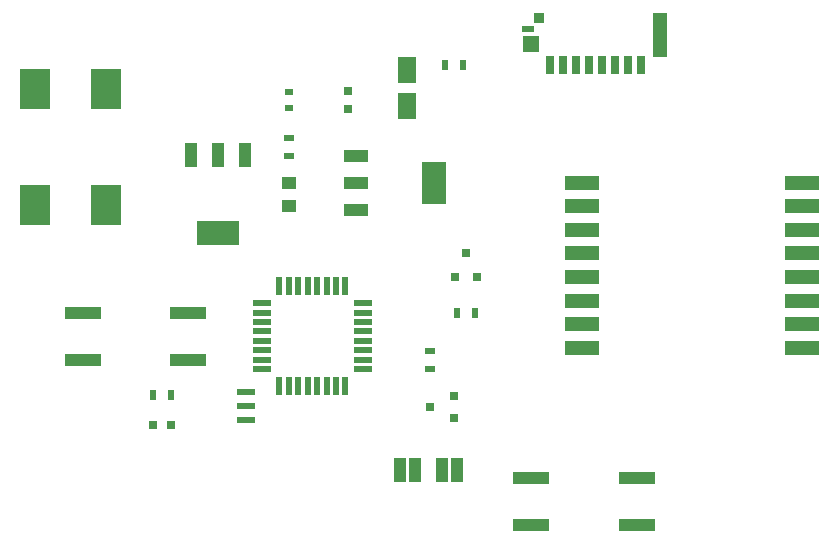
<source format=gbr>
G04 #@! TF.FileFunction,Paste,Top*
%FSLAX46Y46*%
G04 Gerber Fmt 4.6, Leading zero omitted, Abs format (unit mm)*
G04 Created by KiCad (PCBNEW 4.0.2-4+6225~38~ubuntu14.04.1-stable) date Tue 29 Mar 2016 01:16:37 BST*
%MOMM*%
G01*
G04 APERTURE LIST*
%ADD10C,0.100000*%
%ADD11R,3.000000X1.200000*%
%ADD12R,0.750000X0.800000*%
%ADD13R,1.600200X2.199640*%
%ADD14R,0.800000X0.750000*%
%ADD15R,1.250000X1.000000*%
%ADD16R,0.700000X0.600000*%
%ADD17R,1.600000X0.550000*%
%ADD18R,0.550000X1.600000*%
%ADD19R,1.000000X2.000000*%
%ADD20R,0.800000X1.500000*%
%ADD21R,1.200000X3.790000*%
%ADD22R,1.450000X1.400000*%
%ADD23R,1.000000X0.600000*%
%ADD24R,0.950000X0.850000*%
%ADD25R,0.800100X0.800100*%
%ADD26R,0.500000X0.900000*%
%ADD27R,0.900000X0.500000*%
%ADD28R,3.100000X1.000000*%
%ADD29R,2.032000X3.657600*%
%ADD30R,2.032000X1.016000*%
%ADD31R,3.657600X2.032000*%
%ADD32R,1.016000X2.032000*%
%ADD33R,2.500000X3.500000*%
%ADD34R,1.500000X0.600000*%
G04 APERTURE END LIST*
D10*
D11*
X106500000Y-163000000D03*
X106500000Y-161000000D03*
X106500000Y-159000000D03*
X106500000Y-157000000D03*
X106500000Y-155000000D03*
X106500000Y-153000000D03*
X106500000Y-151000000D03*
X106500000Y-149000000D03*
X87800000Y-149000000D03*
X87800000Y-151000000D03*
X87800000Y-153000000D03*
X87800000Y-155000000D03*
X87800000Y-157000000D03*
X87800000Y-159000000D03*
X87800000Y-161000000D03*
X87800000Y-163000000D03*
D12*
X68000000Y-141250000D03*
X68000000Y-142750000D03*
D13*
X73000000Y-139498860D03*
X73000000Y-142501140D03*
D14*
X51500000Y-169500000D03*
X53000000Y-169500000D03*
D15*
X63000000Y-151000000D03*
X63000000Y-149000000D03*
D16*
X63000000Y-142700000D03*
X63000000Y-141300000D03*
D17*
X60750000Y-159200000D03*
X60750000Y-160000000D03*
X60750000Y-160800000D03*
X60750000Y-161600000D03*
X60750000Y-162400000D03*
X60750000Y-163200000D03*
X60750000Y-164000000D03*
X60750000Y-164800000D03*
D18*
X62200000Y-166250000D03*
X63000000Y-166250000D03*
X63800000Y-166250000D03*
X64600000Y-166250000D03*
X65400000Y-166250000D03*
X66200000Y-166250000D03*
X67000000Y-166250000D03*
X67800000Y-166250000D03*
D17*
X69250000Y-164800000D03*
X69250000Y-164000000D03*
X69250000Y-163200000D03*
X69250000Y-162400000D03*
X69250000Y-161600000D03*
X69250000Y-160800000D03*
X69250000Y-160000000D03*
X69250000Y-159200000D03*
D18*
X67800000Y-157750000D03*
X67000000Y-157750000D03*
X66200000Y-157750000D03*
X65400000Y-157750000D03*
X64600000Y-157750000D03*
X63800000Y-157750000D03*
X63000000Y-157750000D03*
X62200000Y-157750000D03*
D19*
X75985000Y-173316000D03*
X77255000Y-173316000D03*
X72429000Y-173316000D03*
X73699000Y-173316000D03*
D20*
X92850000Y-139000000D03*
X91750000Y-139000000D03*
X90650000Y-139000000D03*
X89550000Y-139000000D03*
X88450000Y-139000000D03*
X87350000Y-139000000D03*
X86250000Y-139000000D03*
X85150000Y-139000000D03*
D21*
X94400000Y-136520000D03*
D22*
X83525000Y-137275000D03*
D23*
X83300000Y-136025000D03*
D24*
X84225000Y-135050000D03*
D25*
X77000760Y-168950000D03*
X77000760Y-167050000D03*
X75001780Y-168000000D03*
X77050000Y-157000760D03*
X78950000Y-157000760D03*
X78000000Y-155001780D03*
D26*
X53000000Y-167000000D03*
X51500000Y-167000000D03*
D27*
X75000000Y-163250000D03*
X75000000Y-164750000D03*
D26*
X77250000Y-160000000D03*
X78750000Y-160000000D03*
X76250000Y-139000000D03*
X77750000Y-139000000D03*
D27*
X63000000Y-145250000D03*
X63000000Y-146750000D03*
D28*
X54450000Y-164000000D03*
X45550000Y-164000000D03*
X45550000Y-160000000D03*
X54450000Y-160000000D03*
X92450000Y-178000000D03*
X83550000Y-178000000D03*
X83550000Y-174000000D03*
X92450000Y-174000000D03*
D29*
X75302000Y-149000000D03*
D30*
X68698000Y-149000000D03*
X68698000Y-151286000D03*
X68698000Y-146714000D03*
D31*
X57000000Y-153302000D03*
D32*
X57000000Y-146698000D03*
X54714000Y-146698000D03*
X59286000Y-146698000D03*
D33*
X47500000Y-150900000D03*
X41500000Y-150900000D03*
X47500000Y-141100000D03*
X41500000Y-141100000D03*
D34*
X59350000Y-166700000D03*
X59350000Y-167900000D03*
X59350000Y-169100000D03*
M02*

</source>
